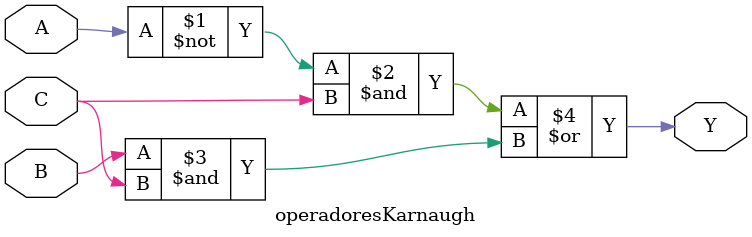
<source format=v>

module gateLevelSOP(input wire A, B, C, output wire Y);

    wire notA, notB, w1, w2, w3;

    not(notA, A);
    not(notB, B);
    and(w1, notA, notB, C);
    and(w2, notA, B, C);
    and(w3, A, B, C);
    or (Y, w1, w2, w3);

endmodule

module gateLevelPOS(input wire A, B, C, output wire Y);

    wire notA, notB, notC, w1, w2, w3, w4, w5;

    not(notA, A);
    not(notB, B);
    not(notC, C);
    or(w1, A, B, C);
    or(w2, A, notB, C);
    or(w3, notA, B, C);
    or(w4, notA, B, notC);
    or(w5, notA, notB, C);
    and(Y, w1, w2, w3, w4, w5);

endmodule


module gateLevelKarnaugh(input wire A, B, C, output wire Y);

  wire notA, w1, w2;

  not(notA, A);
  and(w1, notA, C);
  and(w2, B, C);
  or(Y, w1, w2);

endmodule


module operadoresSOP(input wire A, B, C, output wire Y);

  assign Y = (~A & B & C | ~A & B & C | A & B & C);

endmodule

module operadoresPOS(input wire A, B, C, output wire Y);

  assign Y = ((A | B | C) & (A | ~B | C) & (~A | B | C) & (~A | B |~C) & (~A | ~B | C));

endmodule

module operadoresKarnaugh(input wire A, B, C, output wire Y);

  assign Y = (~A & C | B & C);

endmodule

</source>
